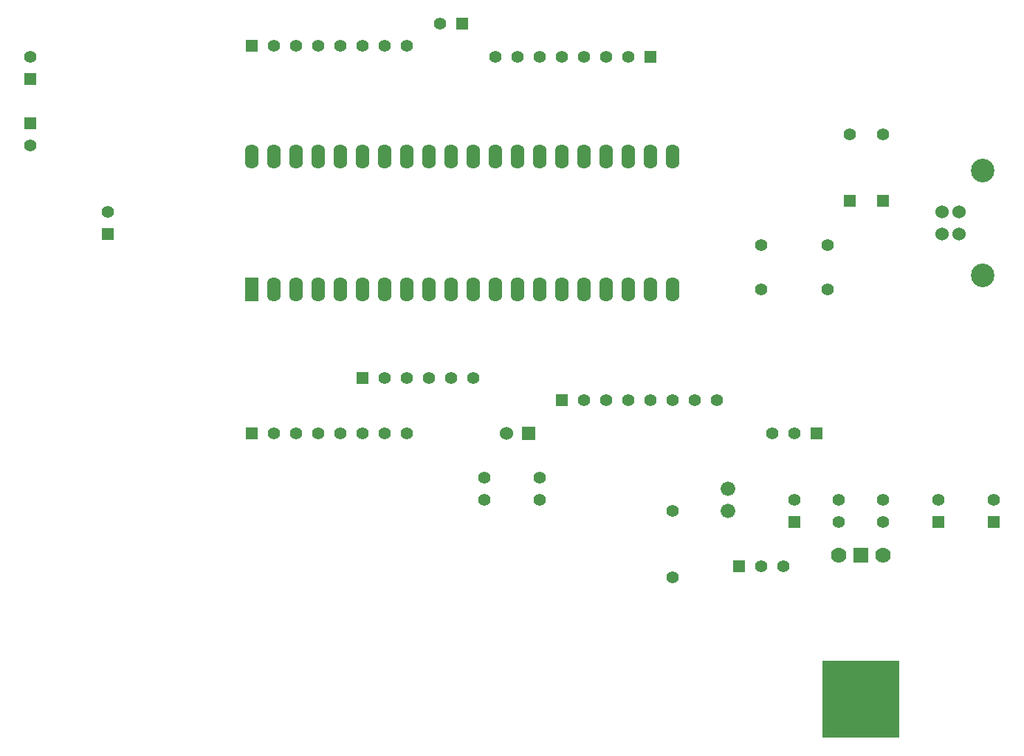
<source format=gtl>
G04 (created by PCBNEW-RS274X (2012-apr-16-27)-stable) date Sun 24 Aug 2014 07:46:07 PM NPT*
G01*
G70*
G90*
%MOIN*%
G04 Gerber Fmt 3.4, Leading zero omitted, Abs format*
%FSLAX34Y34*%
G04 APERTURE LIST*
%ADD10C,0.006000*%
%ADD11C,0.060000*%
%ADD12C,0.106300*%
%ADD13R,0.055000X0.055000*%
%ADD14C,0.055000*%
%ADD15R,0.350000X0.350000*%
%ADD16C,0.070000*%
%ADD17R,0.070000X0.070000*%
%ADD18C,0.066000*%
%ADD19R,0.060000X0.060000*%
%ADD20R,0.062000X0.110000*%
%ADD21O,0.062000X0.110000*%
G04 APERTURE END LIST*
G54D10*
G54D11*
X76650Y-38500D03*
X76650Y-39500D03*
X77437Y-39500D03*
X77437Y-38500D03*
G54D12*
X78500Y-36638D03*
X78500Y-41362D03*
G54D13*
X45500Y-48500D03*
G54D14*
X46500Y-48500D03*
X47500Y-48500D03*
X48500Y-48500D03*
X49500Y-48500D03*
X50500Y-48500D03*
X51500Y-48500D03*
X52500Y-48500D03*
G54D13*
X45500Y-31000D03*
G54D14*
X46500Y-31000D03*
X47500Y-31000D03*
X48500Y-31000D03*
X49500Y-31000D03*
X50500Y-31000D03*
X51500Y-31000D03*
X52500Y-31000D03*
G54D13*
X63500Y-31500D03*
G54D14*
X62500Y-31500D03*
X61500Y-31500D03*
X60500Y-31500D03*
X59500Y-31500D03*
X58500Y-31500D03*
X57500Y-31500D03*
X56500Y-31500D03*
G54D13*
X59500Y-47000D03*
G54D14*
X60500Y-47000D03*
X61500Y-47000D03*
X62500Y-47000D03*
X63500Y-47000D03*
X64500Y-47000D03*
X65500Y-47000D03*
X66500Y-47000D03*
G54D13*
X50500Y-46000D03*
G54D14*
X51500Y-46000D03*
X52500Y-46000D03*
X53500Y-46000D03*
X54500Y-46000D03*
X55500Y-46000D03*
G54D13*
X79000Y-52500D03*
G54D14*
X79000Y-51500D03*
G54D13*
X55000Y-30000D03*
G54D14*
X54000Y-30000D03*
G54D13*
X35500Y-34500D03*
G54D14*
X35500Y-35500D03*
G54D13*
X35500Y-32500D03*
G54D14*
X35500Y-31500D03*
G54D13*
X39000Y-39500D03*
G54D14*
X39000Y-38500D03*
X68500Y-40000D03*
X71500Y-40000D03*
X68500Y-42000D03*
X71500Y-42000D03*
X64500Y-55000D03*
X64500Y-52000D03*
G54D13*
X71000Y-48500D03*
G54D14*
X70000Y-48500D03*
X69000Y-48500D03*
G54D13*
X67500Y-54500D03*
G54D14*
X68500Y-54500D03*
X69500Y-54500D03*
G54D15*
X73000Y-60500D03*
G54D16*
X74000Y-54000D03*
G54D17*
X73000Y-54000D03*
G54D16*
X72000Y-54000D03*
G54D18*
X67000Y-52000D03*
X67000Y-51000D03*
G54D13*
X74000Y-38000D03*
G54D14*
X74000Y-35000D03*
G54D13*
X72500Y-38000D03*
G54D14*
X72500Y-35000D03*
G54D19*
X58000Y-48500D03*
G54D11*
X57000Y-48500D03*
G54D13*
X76500Y-52500D03*
G54D14*
X76500Y-51500D03*
G54D13*
X70000Y-52500D03*
G54D14*
X70000Y-51500D03*
X74000Y-52500D03*
X74000Y-51500D03*
X72000Y-52500D03*
X72000Y-51500D03*
X56000Y-51500D03*
X56000Y-50500D03*
X58500Y-51500D03*
X58500Y-50500D03*
G54D20*
X45500Y-42000D03*
G54D21*
X46500Y-42000D03*
X47500Y-42000D03*
X48500Y-42000D03*
X49500Y-42000D03*
X50500Y-42000D03*
X51500Y-42000D03*
X52500Y-42000D03*
X53500Y-42000D03*
X54500Y-42000D03*
X55500Y-42000D03*
X56500Y-42000D03*
X57500Y-42000D03*
X58500Y-42000D03*
X59500Y-42000D03*
X60500Y-42000D03*
X61500Y-42000D03*
X62500Y-42000D03*
X63500Y-42000D03*
X64500Y-42000D03*
X64500Y-36000D03*
X63500Y-36000D03*
X62500Y-36000D03*
X61500Y-36000D03*
X60500Y-36000D03*
X59500Y-36000D03*
X58500Y-36000D03*
X57500Y-36000D03*
X56500Y-36000D03*
X55500Y-36000D03*
X54500Y-36000D03*
X53500Y-36000D03*
X52500Y-36000D03*
X51500Y-36000D03*
X50500Y-36000D03*
X49500Y-36000D03*
X48500Y-36000D03*
X47500Y-36000D03*
X46500Y-36000D03*
X45500Y-36000D03*
M02*

</source>
